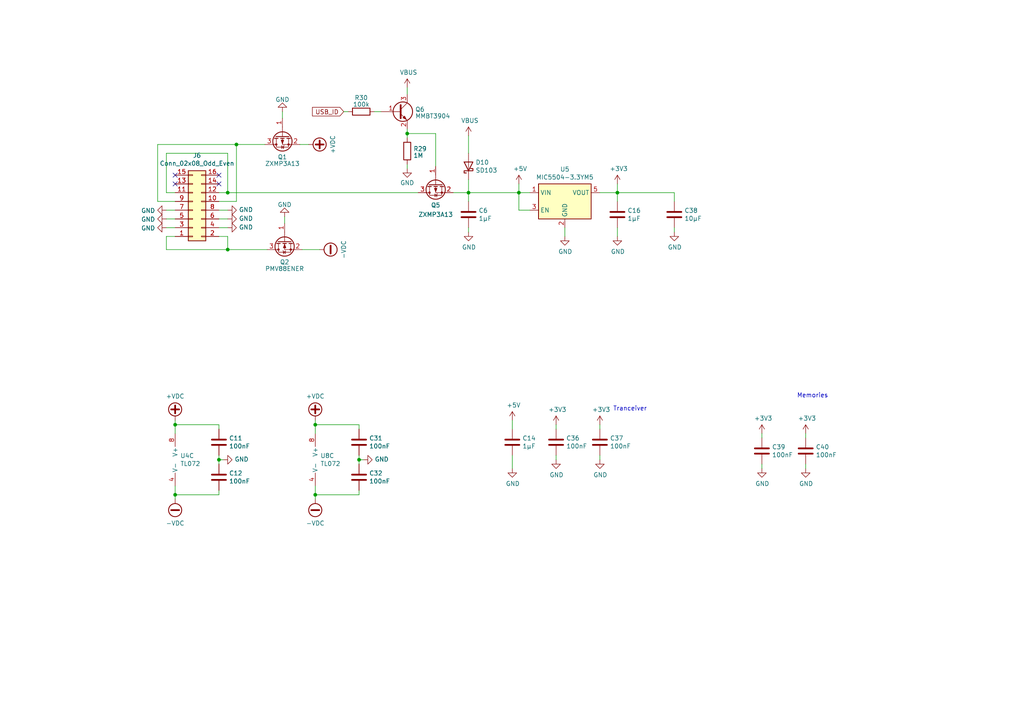
<source format=kicad_sch>
(kicad_sch (version 20230121) (generator eeschema)
  (paper "A4")
  (lib_symbols
    (symbol "Amplifier_Operational:TL072" (pin_names (offset 0.127))
      (property "Reference" "U" (at 0 5.08 0))
      (property "Value" "TL072" (at 0 -5.08 0))
      (symbol "TL072_1_1"
        (polyline (pts (xy -5.08 5.08) (xy 5.08 0) (xy -5.08 -5.08) (xy -5.08 5.08)) (stroke (width 0.254)) (fill (type background)))
        (pin output line (at 7.62 0 180) (length 2.54) (name "~") (number "1"))
        (pin input line (at -7.62 -2.54 0) (length 2.54) (name "-") (number "2"))
        (pin input line (at -7.62 2.54 0) (length 2.54) (name "+") (number "3"))
      )
      (symbol "TL072_2_1"
        (polyline (pts (xy -5.08 5.08) (xy 5.08 0) (xy -5.08 -5.08) (xy -5.08 5.08)) (stroke (width 0.254)) (fill (type background)))
        (pin input line (at -7.62 2.54 0) (length 2.54) (name "+") (number "5"))
        (pin input line (at -7.62 -2.54 0) (length 2.54) (name "-") (number "6"))
        (pin output line (at 7.62 0 180) (length 2.54) (name "~") (number "7"))
      )
      (symbol "TL072_3_1"
        (pin power_in line (at -2.54 -7.62 90) (length 3.81) (name "V-") (number "4"))
        (pin power_in line (at -2.54 7.62 270) (length 3.81) (name "V+") (number "8"))
      )
    )
    (symbol "Connector_Generic:Conn_02x08_Odd_Even" (pin_names (offset 1.016) hide)
      (property "Reference" "J" (at 1.27 10.16 0))
      (property "Value" "Conn_02x08_Odd_Even" (at 1.27 -12.7 0))
      (symbol "Conn_02x08_Odd_Even_1_1"
        (rectangle (start -1.27 -10.033) (end 0 -10.287) (stroke (width 0.1524)))
        (rectangle (start -1.27 -7.493) (end 0 -7.747) (stroke (width 0.1524)))
        (rectangle (start -1.27 -4.953) (end 0 -5.207) (stroke (width 0.1524)))
        (rectangle (start -1.27 -2.413) (end 0 -2.667) (stroke (width 0.1524)))
        (rectangle (start -1.27 0.127) (end 0 -0.127) (stroke (width 0.1524)))
        (rectangle (start -1.27 2.667) (end 0 2.413) (stroke (width 0.1524)))
        (rectangle (start -1.27 5.207) (end 0 4.953) (stroke (width 0.1524)))
        (rectangle (start -1.27 7.747) (end 0 7.493) (stroke (width 0.1524)))
        (rectangle (start -1.27 8.89) (end 3.81 -11.43) (stroke (width 0.254)) (fill (type background)))
        (rectangle (start 3.81 -10.033) (end 2.54 -10.287) (stroke (width 0.1524)))
        (rectangle (start 3.81 -7.493) (end 2.54 -7.747) (stroke (width 0.1524)))
        (rectangle (start 3.81 -4.953) (end 2.54 -5.207) (stroke (width 0.1524)))
        (rectangle (start 3.81 -2.413) (end 2.54 -2.667) (stroke (width 0.1524)))
        (rectangle (start 3.81 0.127) (end 2.54 -0.127) (stroke (width 0.1524)))
        (rectangle (start 3.81 2.667) (end 2.54 2.413) (stroke (width 0.1524)))
        (rectangle (start 3.81 5.207) (end 2.54 4.953) (stroke (width 0.1524)))
        (rectangle (start 3.81 7.747) (end 2.54 7.493) (stroke (width 0.1524)))
        (pin passive line (at -5.08 7.62 0) (length 3.81) (name "Pin_1") (number "1"))
        (pin passive line (at 7.62 -2.54 180) (length 3.81) (name "Pin_10") (number "10"))
        (pin passive line (at -5.08 -5.08 0) (length 3.81) (name "Pin_11") (number "11"))
        (pin passive line (at 7.62 -5.08 180) (length 3.81) (name "Pin_12") (number "12"))
        (pin passive line (at -5.08 -7.62 0) (length 3.81) (name "Pin_13") (number "13"))
        (pin passive line (at 7.62 -7.62 180) (length 3.81) (name "Pin_14") (number "14"))
        (pin passive line (at -5.08 -10.16 0) (length 3.81) (name "Pin_15") (number "15"))
        (pin passive line (at 7.62 -10.16 180) (length 3.81) (name "Pin_16") (number "16"))
        (pin passive line (at 7.62 7.62 180) (length 3.81) (name "Pin_2") (number "2"))
        (pin passive line (at -5.08 5.08 0) (length 3.81) (name "Pin_3") (number "3"))
        (pin passive line (at 7.62 5.08 180) (length 3.81) (name "Pin_4") (number "4"))
        (pin passive line (at -5.08 2.54 0) (length 3.81) (name "Pin_5") (number "5"))
        (pin passive line (at 7.62 2.54 180) (length 3.81) (name "Pin_6") (number "6"))
        (pin passive line (at -5.08 0 0) (length 3.81) (name "Pin_7") (number "7"))
        (pin passive line (at 7.62 0 180) (length 3.81) (name "Pin_8") (number "8"))
        (pin passive line (at -5.08 -2.54 0) (length 3.81) (name "Pin_9") (number "9"))
      )
    )
    (symbol "Device:C" (pin_numbers hide) (pin_names (offset 0.254))
      (property "Reference" "C" (at 0.635 2.54 0))
      (property "Value" "C" (at 0.635 -2.54 0))
      (symbol "C_0_1"
        (polyline (pts (xy -2.032 -0.762) (xy 2.032 -0.762)) (stroke (width 0.508)))
        (polyline (pts (xy -2.032 0.762) (xy 2.032 0.762)) (stroke (width 0.508)))
      )
      (symbol "C_1_1"
        (pin passive line (at 0 3.81 270) (length 2.794) (name "~") (number "1"))
        (pin passive line (at 0 -3.81 90) (length 2.794) (name "~") (number "2"))
      )
    )
    (symbol "Device:D_Schottky" (pin_numbers hide) (pin_names (offset 1.016) hide)
      (property "Reference" "D" (at 0 2.54 0))
      (property "Value" "D_Schottky" (at 0 -2.54 0))
      (symbol "D_Schottky_0_1"
        (polyline (pts (xy 1.27 0) (xy -1.27 0)))
        (polyline (pts (xy 1.27 1.27) (xy 1.27 -1.27) (xy -1.27 0) (xy 1.27 1.27)) (stroke (width 0.254)))
        (polyline (pts (xy -1.905 0.635) (xy -1.905 1.27) (xy -1.27 1.27) (xy -1.27 -1.27) (xy -0.635 -1.27) (xy -0.635 -0.635)) (stroke (width 0.254)))
      )
      (symbol "D_Schottky_1_1"
        (pin passive line (at -3.81 0 0) (length 2.54) (name "K") (number "1"))
        (pin passive line (at 3.81 0 180) (length 2.54) (name "A") (number "2"))
      )
    )
    (symbol "Device:Q_NMOS_GSD" (pin_names (offset 0) hide)
      (property "Reference" "Q" (at 5.08 1.27 0))
      (property "Value" "Q_NMOS_GSD" (at 5.08 -1.27 0))
      (symbol "Q_NMOS_GSD_0_1"
        (polyline (pts (xy 0.254 0) (xy -2.54 0)))
        (polyline (pts (xy 0.254 1.905) (xy 0.254 -1.905)) (stroke (width 0.254)))
        (polyline (pts (xy 0.762 -1.27) (xy 0.762 -2.286)) (stroke (width 0.254)))
        (polyline (pts (xy 0.762 0.508) (xy 0.762 -0.508)) (stroke (width 0.254)))
        (polyline (pts (xy 0.762 2.286) (xy 0.762 1.27)) (stroke (width 0.254)))
        (polyline (pts (xy 2.54 2.54) (xy 2.54 1.778)))
        (polyline (pts (xy 2.54 -2.54) (xy 2.54 0) (xy 0.762 0)))
        (polyline (pts (xy 0.762 -1.778) (xy 3.302 -1.778) (xy 3.302 1.778) (xy 0.762 1.778)))
        (polyline (pts (xy 1.016 0) (xy 2.032 0.381) (xy 2.032 -0.381) (xy 1.016 0)) (fill (type outline)))
        (polyline (pts (xy 2.794 0.508) (xy 2.921 0.381) (xy 3.683 0.381) (xy 3.81 0.254)))
        (polyline (pts (xy 3.302 0.381) (xy 2.921 -0.254) (xy 3.683 -0.254) (xy 3.302 0.381)))
        (circle (center 1.651 0) (radius 2.794) (stroke (width 0.254)))
        (circle (center 2.54 -1.778) (radius 0.254) (fill (type outline)))
        (circle (center 2.54 1.778) (radius 0.254) (fill (type outline)))
      )
      (symbol "Q_NMOS_GSD_1_1"
        (pin input line (at -5.08 0 0) (length 2.54) (name "G") (number "1"))
        (pin passive line (at 2.54 -5.08 90) (length 2.54) (name "S") (number "2"))
        (pin passive line (at 2.54 5.08 270) (length 2.54) (name "D") (number "3"))
      )
    )
    (symbol "Device:Q_PMOS_GSD" (pin_names (offset 0) hide)
      (property "Reference" "Q" (at 5.08 1.27 0))
      (property "Value" "Q_PMOS_GSD" (at 5.08 -1.27 0))
      (symbol "Q_PMOS_GSD_0_1"
        (polyline (pts (xy 0.254 0) (xy -2.54 0)))
        (polyline (pts (xy 0.254 1.905) (xy 0.254 -1.905)) (stroke (width 0.254)))
        (polyline (pts (xy 0.762 -1.27) (xy 0.762 -2.286)) (stroke (width 0.254)))
        (polyline (pts (xy 0.762 0.508) (xy 0.762 -0.508)) (stroke (width 0.254)))
        (polyline (pts (xy 0.762 2.286) (xy 0.762 1.27)) (stroke (width 0.254)))
        (polyline (pts (xy 2.54 2.54) (xy 2.54 1.778)))
        (polyline (pts (xy 2.54 -2.54) (xy 2.54 0) (xy 0.762 0)))
        (polyline (pts (xy 0.762 1.778) (xy 3.302 1.778) (xy 3.302 -1.778) (xy 0.762 -1.778)))
        (polyline (pts (xy 2.286 0) (xy 1.27 0.381) (xy 1.27 -0.381) (xy 2.286 0)) (fill (type outline)))
        (polyline (pts (xy 2.794 -0.508) (xy 2.921 -0.381) (xy 3.683 -0.381) (xy 3.81 -0.254)))
        (polyline (pts (xy 3.302 -0.381) (xy 2.921 0.254) (xy 3.683 0.254) (xy 3.302 -0.381)))
        (circle (center 1.651 0) (radius 2.794) (stroke (width 0.254)))
        (circle (center 2.54 -1.778) (radius 0.254) (fill (type outline)))
        (circle (center 2.54 1.778) (radius 0.254) (fill (type outline)))
      )
      (symbol "Q_PMOS_GSD_1_1"
        (pin input line (at -5.08 0 0) (length 2.54) (name "G") (number "1"))
        (pin passive line (at 2.54 -5.08 90) (length 2.54) (name "S") (number "2"))
        (pin passive line (at 2.54 5.08 270) (length 2.54) (name "D") (number "3"))
      )
    )
    (symbol "Device:R" (pin_numbers hide) (pin_names (offset 0))
      (property "Reference" "R" (at 2.032 0 90))
      (property "Value" "R" (at 0 0 90))
      (symbol "R_0_1"
        (rectangle (start -1.016 -2.54) (end 1.016 2.54) (stroke (width 0.254)))
      )
      (symbol "R_1_1"
        (pin passive line (at 0 3.81 270) (length 1.27) (name "~") (number "1"))
        (pin passive line (at 0 -3.81 90) (length 1.27) (name "~") (number "2"))
      )
    )
    (symbol "Regulator_Linear:MIC5504-3.3YM5"
      (property "Reference" "U" (at -7.62 8.89 0))
      (property "Value" "MIC5504-3.3YM5" (at -7.62 6.35 0))
      (symbol "MIC5504-3.3YM5_0_1"
        (rectangle (start -7.62 -5.08) (end 7.62 5.08) (stroke (width 0.254)) (fill (type background)))
      )
      (symbol "MIC5504-3.3YM5_1_1"
        (pin power_in line (at -10.16 2.54 0) (length 2.54) (name "VIN") (number "1"))
        (pin power_in line (at 0 -7.62 90) (length 2.54) (name "GND") (number "2"))
        (pin input line (at -10.16 -2.54 0) (length 2.54) (name "EN") (number "3"))
        (pin no_connect line (at 7.62 -2.54 180) (length 2.54) hide (name "NC") (number "4"))
        (pin power_out line (at 10.16 2.54 180) (length 2.54) (name "VOUT") (number "5"))
      )
    )
    (symbol "Transistor_BJT:MMBT3904" (pin_names (offset 0) hide)
      (property "Reference" "Q" (at 5.08 1.905 0))
      (property "Value" "MMBT3904" (at 5.08 0 0))
      (symbol "MMBT3904_0_1"
        (polyline (pts (xy 0.635 0.635) (xy 2.54 2.54)))
        (polyline (pts (xy 0.635 -0.635) (xy 2.54 -2.54) (xy 2.54 -2.54)))
        (polyline (pts (xy 0.635 1.905) (xy 0.635 -1.905) (xy 0.635 -1.905)) (stroke (width 0.508)))
        (polyline (pts (xy 1.27 -1.778) (xy 1.778 -1.27) (xy 2.286 -2.286) (xy 1.27 -1.778) (xy 1.27 -1.778)) (fill (type outline)))
        (circle (center 1.27 0) (radius 2.8194) (stroke (width 0.254)))
      )
      (symbol "MMBT3904_1_1"
        (pin input line (at -5.08 0 0) (length 5.715) (name "B") (number "1"))
        (pin passive line (at 2.54 -5.08 90) (length 2.54) (name "E") (number "2"))
        (pin passive line (at 2.54 5.08 270) (length 2.54) (name "C") (number "3"))
      )
    )
    (symbol "power:+3V3" (power) (pin_names (offset 0))
      (property "Value" "+3V3" (at 0 3.556 0))
      (symbol "+3V3_0_1"
        (polyline (pts (xy -0.762 1.27) (xy 0 2.54)))
        (polyline (pts (xy 0 0) (xy 0 2.54)))
        (polyline (pts (xy 0 2.54) (xy 0.762 1.27)))
      )
      (symbol "+3V3_1_1"
        (pin power_in line (at 0 0 90) (length 0) hide (name "+3V3") (number "1"))
      )
    )
    (symbol "power:+5V" (power) (pin_names (offset 0))
      (property "Value" "+5V" (at 0 3.556 0))
      (symbol "+5V_0_1"
        (polyline (pts (xy -0.762 1.27) (xy 0 2.54)))
        (polyline (pts (xy 0 0) (xy 0 2.54)))
        (polyline (pts (xy 0 2.54) (xy 0.762 1.27)))
      )
      (symbol "+5V_1_1"
        (pin power_in line (at 0 0 90) (length 0) hide (name "+5V") (number "1"))
      )
    )
    (symbol "power:+VDC" (power) (pin_names (offset 0))
      (property "Value" "+VDC" (at 0 6.35 0))
      (symbol "+VDC_0_1"
        (polyline (pts (xy -1.143 3.175) (xy 1.143 3.175)) (stroke (width 0.508)))
        (polyline (pts (xy 0 0) (xy 0 1.27)))
        (polyline (pts (xy 0 2.032) (xy 0 4.318)) (stroke (width 0.508)))
        (circle (center 0 3.175) (radius 1.905) (stroke (width 0.254)))
      )
      (symbol "+VDC_1_1"
        (pin power_in line (at 0 0 90) (length 0) hide (name "+VDC") (number "1"))
      )
    )
    (symbol "power:-VDC" (power) (pin_names (offset 0))
      (property "Value" "-VDC" (at 0 6.35 0))
      (symbol "-VDC_0_1"
        (polyline (pts (xy -1.143 3.175) (xy 1.143 3.175)) (stroke (width 0.508)))
        (polyline (pts (xy 0 0) (xy 0 1.27)))
        (circle (center 0 3.175) (radius 1.905) (stroke (width 0.254)))
      )
      (symbol "-VDC_1_1"
        (pin power_in line (at 0 0 90) (length 0) hide (name "-VDC") (number "1"))
      )
    )
    (symbol "power:GND" (power) (pin_names (offset 0))
      (property "Value" "GND" (at 0 -3.81 0))
      (symbol "GND_0_1"
        (polyline (pts (xy 0 0) (xy 0 -1.27) (xy 1.27 -1.27) (xy 0 -2.54) (xy -1.27 -1.27) (xy 0 -1.27)))
      )
      (symbol "GND_1_1"
        (pin power_in line (at 0 0 270) (length 0) hide (name "GND") (number "1"))
      )
    )
    (symbol "power:VBUS" (power) (pin_names (offset 0))
      (property "Value" "VBUS" (at 0 3.81 0))
      (symbol "VBUS_0_1"
        (polyline (pts (xy -0.762 1.27) (xy 0 2.54)))
        (polyline (pts (xy 0 0) (xy 0 2.54)))
        (polyline (pts (xy 0 2.54) (xy 0.762 1.27)))
      )
      (symbol "VBUS_1_1"
        (pin power_in line (at 0 0 90) (length 0) hide (name "VBUS") (number "1"))
      )
    )
  )
  (junction (at 63.5 133.35))
  (junction (at 50.8 123.19))
  (junction (at 68.58 41.91))
  (junction (at 91.44 143.51))
  (junction (at 118.11 38.735))
  (junction (at 66.04 55.88))
  (junction (at 50.8 143.51))
  (junction (at 179.07 55.88))
  (junction (at 66.04 72.39))
  (junction (at 91.44 123.19))
  (junction (at 150.495 55.88))
  (junction (at 104.14 133.35))
  (junction (at 135.89 55.88))
  (no_connect (at 50.8 53.34))
  (no_connect (at 63.5 50.8))
  (no_connect (at 50.8 50.8))
  (no_connect (at 63.5 53.34))
  (wire (pts (xy 66.04 72.39) (xy 77.47 72.39)))
  (wire (pts (xy 91.44 143.51) (xy 91.44 140.97)))
  (wire (pts (xy 91.44 123.19) (xy 104.14 123.19)))
  (wire (pts (xy 50.8 125.73) (xy 50.8 123.19)))
  (wire (pts (xy 179.07 53.34) (xy 179.07 55.88)))
  (wire (pts (xy 135.89 39.37) (xy 135.89 44.45)))
  (wire (pts (xy 150.495 55.88) (xy 153.67 55.88)))
  (wire (pts (xy 131.445 55.88) (xy 135.89 55.88)))
  (wire (pts (xy 195.58 67.31) (xy 195.58 66.04)))
  (wire (pts (xy 63.5 63.5) (xy 66.04 63.5)))
  (wire (pts (xy 68.58 58.42) (xy 68.58 41.91)))
  (wire (pts (xy 99.695 32.385) (xy 100.965 32.385)))
  (wire (pts (xy 63.5 66.04) (xy 66.04 66.04)))
  (wire (pts (xy 48.26 55.88) (xy 48.26 44.45)))
  (wire (pts (xy 50.8 55.88) (xy 48.26 55.88)))
  (wire (pts (xy 63.5 133.35) (xy 64.77 133.35)))
  (wire (pts (xy 50.8 144.78) (xy 50.8 143.51)))
  (wire (pts (xy 66.04 68.58) (xy 66.04 72.39)))
  (wire (pts (xy 104.14 143.51) (xy 91.44 143.51)))
  (wire (pts (xy 66.04 44.45) (xy 66.04 55.88)))
  (wire (pts (xy 104.14 133.35) (xy 104.14 134.62)))
  (wire (pts (xy 50.8 63.5) (xy 48.26 63.5)))
  (wire (pts (xy 50.8 66.04) (xy 48.26 66.04)))
  (wire (pts (xy 233.68 135.89) (xy 233.68 134.62)))
  (wire (pts (xy 118.11 38.735) (xy 126.365 38.735)))
  (wire (pts (xy 66.04 55.88) (xy 121.285 55.88)))
  (wire (pts (xy 86.995 41.91) (xy 89.535 41.91)))
  (wire (pts (xy 48.26 72.39) (xy 48.26 68.58)))
  (wire (pts (xy 63.5 58.42) (xy 68.58 58.42)))
  (wire (pts (xy 179.07 66.04) (xy 179.07 68.58)))
  (wire (pts (xy 195.58 58.42) (xy 195.58 55.88)))
  (wire (pts (xy 118.11 25.4) (xy 118.11 27.305)))
  (wire (pts (xy 135.89 55.88) (xy 135.89 52.07)))
  (wire (pts (xy 220.98 125.73) (xy 220.98 127)))
  (wire (pts (xy 150.495 55.88) (xy 150.495 53.34)))
  (wire (pts (xy 153.67 60.96) (xy 150.495 60.96)))
  (wire (pts (xy 50.8 143.51) (xy 50.8 140.97)))
  (wire (pts (xy 118.11 38.735) (xy 118.11 40.005)))
  (wire (pts (xy 63.5 143.51) (xy 50.8 143.51)))
  (wire (pts (xy 63.5 123.19) (xy 63.5 124.46)))
  (wire (pts (xy 63.5 132.08) (xy 63.5 133.35)))
  (wire (pts (xy 161.29 123.19) (xy 161.29 124.46)))
  (wire (pts (xy 63.5 68.58) (xy 66.04 68.58)))
  (wire (pts (xy 66.04 55.88) (xy 63.5 55.88)))
  (wire (pts (xy 148.59 132.08) (xy 148.59 135.89)))
  (wire (pts (xy 91.44 123.19) (xy 91.44 121.92)))
  (wire (pts (xy 92.71 72.39) (xy 87.63 72.39)))
  (wire (pts (xy 68.58 41.91) (xy 45.72 41.91)))
  (wire (pts (xy 50.8 123.19) (xy 63.5 123.19)))
  (wire (pts (xy 68.58 41.91) (xy 76.835 41.91)))
  (wire (pts (xy 104.14 123.19) (xy 104.14 124.46)))
  (wire (pts (xy 104.14 133.35) (xy 105.41 133.35)))
  (wire (pts (xy 45.72 58.42) (xy 50.8 58.42)))
  (wire (pts (xy 45.72 41.91) (xy 45.72 58.42)))
  (wire (pts (xy 50.8 123.19) (xy 50.8 121.92)))
  (wire (pts (xy 118.11 37.465) (xy 118.11 38.735)))
  (wire (pts (xy 81.915 32.385) (xy 81.915 34.29)))
  (wire (pts (xy 163.83 66.04) (xy 163.83 68.58)))
  (wire (pts (xy 91.44 144.78) (xy 91.44 143.51)))
  (wire (pts (xy 63.5 142.24) (xy 63.5 143.51)))
  (wire (pts (xy 82.55 62.865) (xy 82.55 64.77)))
  (wire (pts (xy 173.99 124.46) (xy 173.99 123.19)))
  (wire (pts (xy 220.98 135.89) (xy 220.98 134.62)))
  (wire (pts (xy 63.5 60.96) (xy 66.04 60.96)))
  (wire (pts (xy 135.89 67.31) (xy 135.89 66.04)))
  (wire (pts (xy 161.29 133.35) (xy 161.29 132.08)))
  (wire (pts (xy 173.99 55.88) (xy 179.07 55.88)))
  (wire (pts (xy 148.59 121.92) (xy 148.59 124.46)))
  (wire (pts (xy 66.04 72.39) (xy 48.26 72.39)))
  (wire (pts (xy 63.5 133.35) (xy 63.5 134.62)))
  (wire (pts (xy 104.14 132.08) (xy 104.14 133.35)))
  (wire (pts (xy 150.495 60.96) (xy 150.495 55.88)))
  (wire (pts (xy 48.26 68.58) (xy 50.8 68.58)))
  (wire (pts (xy 135.89 58.42) (xy 135.89 55.88)))
  (wire (pts (xy 233.68 127) (xy 233.68 125.73)))
  (wire (pts (xy 108.585 32.385) (xy 110.49 32.385)))
  (wire (pts (xy 91.44 125.73) (xy 91.44 123.19)))
  (wire (pts (xy 135.89 55.88) (xy 150.495 55.88)))
  (wire (pts (xy 126.365 38.735) (xy 126.365 48.26)))
  (wire (pts (xy 48.26 44.45) (xy 66.04 44.45)))
  (wire (pts (xy 173.99 133.35) (xy 173.99 132.08)))
  (wire (pts (xy 50.8 60.96) (xy 48.26 60.96)))
  (wire (pts (xy 195.58 55.88) (xy 179.07 55.88)))
  (wire (pts (xy 179.07 55.88) (xy 179.07 58.42)))
  (wire (pts (xy 104.14 142.24) (xy 104.14 143.51)))
  (wire (pts (xy 118.11 47.625) (xy 118.11 48.895)))
  (text "Tranceiver" (at 177.8 119.38 0) (effects (font (size 1.27 1.27)) (justify left bottom)))
  (text "Memories" (at 231.14 115.57 0) (effects (font (size 1.27 1.27)) (justify left bottom)))
  (global_label "USB_ID" (shape input) (at 99.695 32.385 180) (property "Intersheetrefs" "${INTERSHEET_REFS}" (effects hide)))
  (symbol (lib_id "Amplifier_Operational:TL072") (at 93.98 133.35 0) (unit 3)
    (property "Reference" "U8" (at 92.9132 132.1816 0) (effects (justify left)))
    (property "Value" "TL072" (at 92.9132 134.493 0) (effects (justify left)))
    (property "Footprint" "Package_SO:SO-8_3.9x4.9mm_P1.27mm" (effects hide))
    (property "Datasheet" "http://www.ti.com/lit/ds/symlink/tl071.pdf" (effects hide))
  )
  (symbol (lib_id "Device:C") (at 104.14 128.27 0) (unit 1)
    (property "Reference" "C31" (at 107.061 127.1016 0) (effects (justify left)))
    (property "Value" "100nF" (at 107.061 129.413 0) (effects (justify left)))
    (property "Footprint" "Capacitor_SMD:C_0603_1608Metric" (effects hide))
  )
  (symbol (lib_id "Device:C") (at 104.14 138.43 0) (unit 1)
    (property "Reference" "C32" (at 107.061 137.2616 0) (effects (justify left)))
    (property "Value" "100nF" (at 107.061 139.573 0) (effects (justify left)))
    (property "Footprint" "Capacitor_SMD:C_0603_1608Metric" (effects hide))
  )
  (symbol (lib_id "power:-VDC") (at 91.44 144.78 180) (unit 1)
    (property "Reference" "#PWR02" (effects hide))
    (property "Value" "-VDC" (at 91.44 151.765 0))
  )
  (symbol (lib_id "power:+VDC") (at 91.44 121.92 0) (unit 1)
    (property "Reference" "#PWR01" (effects hide))
    (property "Value" "+VDC" (at 91.44 114.935 0))
  )
  (symbol (lib_id "Connector_Generic:Conn_02x08_Odd_Even") (at 55.88 60.96 0) (mirror x) (unit 1)
    (property "Reference" "J6" (at 57.15 45.085 0))
    (property "Value" "Conn_02x08_Odd_Even" (at 57.15 47.3964 0))
    (property "Footprint" "Connector_PinHeader_2.54mm:PinHeader_2x08_P2.54mm_Horizontal" (effects hide))
  )
  (symbol (lib_id "power:GND") (at 66.04 66.04 90) (unit 1)
    (property "Reference" "#PWR0133" (effects hide))
    (property "Value" "GND" (at 69.2912 65.913 90) (effects (justify right)))
  )
  (symbol (lib_id "power:GND") (at 66.04 60.96 90) (unit 1)
    (property "Reference" "#PWR0134" (effects hide))
    (property "Value" "GND" (at 69.2912 60.833 90) (effects (justify right)))
  )
  (symbol (lib_id "power:GND") (at 48.26 60.96 270) (unit 1)
    (property "Reference" "#PWR0135" (effects hide))
    (property "Value" "GND" (at 45.0088 61.087 90) (effects (justify right)))
  )
  (symbol (lib_id "power:GND") (at 48.26 66.04 270) (unit 1)
    (property "Reference" "#PWR0136" (effects hide))
    (property "Value" "GND" (at 45.0088 66.167 90) (effects (justify right)))
  )
  (symbol (lib_id "power:GND") (at 135.89 67.31 0) (unit 1)
    (property "Reference" "#PWR0139" (effects hide))
    (property "Value" "GND" (at 136.017 71.7042 0))
  )
  (symbol (lib_id "power:+VDC") (at 89.535 41.91 270) (unit 1)
    (property "Reference" "#PWR0142" (effects hide))
    (property "Value" "+VDC" (at 96.52 41.91 0))
  )
  (symbol (lib_id "power:-VDC") (at 92.71 72.39 270) (unit 1)
    (property "Reference" "#PWR0143" (effects hide))
    (property "Value" "-VDC" (at 99.695 72.39 0))
  )
  (symbol (lib_id "Amplifier_Operational:TL072") (at 53.34 133.35 0) (unit 3)
    (property "Reference" "U4" (at 52.2732 132.1816 0) (effects (justify left)))
    (property "Value" "TL072" (at 52.2732 134.493 0) (effects (justify left)))
    (property "Footprint" "Package_SO:SO-8_3.9x4.9mm_P1.27mm" (effects hide))
    (property "Datasheet" "http://www.ti.com/lit/ds/symlink/tl071.pdf" (effects hide))
  )
  (symbol (lib_id "Device:C") (at 63.5 128.27 0) (unit 1)
    (property "Reference" "C11" (at 66.421 127.1016 0) (effects (justify left)))
    (property "Value" "100nF" (at 66.421 129.413 0) (effects (justify left)))
    (property "Footprint" "Capacitor_SMD:C_0603_1608Metric" (effects hide))
  )
  (symbol (lib_id "Device:C") (at 63.5 138.43 0) (unit 1)
    (property "Reference" "C12" (at 66.421 137.2616 0) (effects (justify left)))
    (property "Value" "100nF" (at 66.421 139.573 0) (effects (justify left)))
    (property "Footprint" "Capacitor_SMD:C_0603_1608Metric" (effects hide))
  )
  (symbol (lib_id "power:-VDC") (at 50.8 144.78 180) (unit 1)
    (property "Reference" "#PWR0144" (effects hide))
    (property "Value" "-VDC" (at 50.8 151.765 0))
  )
  (symbol (lib_id "power:+VDC") (at 50.8 121.92 0) (unit 1)
    (property "Reference" "#PWR0145" (effects hide))
    (property "Value" "+VDC" (at 50.8 114.935 0))
  )
  (symbol (lib_id "Regulator_Linear:MIC5504-3.3YM5") (at 163.83 58.42 0) (unit 1)
    (property "Reference" "U5" (at 163.83 49.0982 0))
    (property "Value" "MIC5504-3.3YM5" (at 163.83 51.4096 0))
    (property "Footprint" "Package_TO_SOT_SMD:SOT-23-5" (effects hide))
    (property "Datasheet" "http://ww1.microchip.com/downloads/en/DeviceDoc/MIC550X.pdf" (effects hide))
  )
  (symbol (lib_id "power:GND") (at 163.83 68.58 0) (unit 1)
    (property "Reference" "#PWR0147" (effects hide))
    (property "Value" "GND" (at 163.957 72.9742 0))
  )
  (symbol (lib_id "power:VBUS") (at 135.89 39.37 0) (unit 1)
    (property "Reference" "#PWR0148" (effects hide))
    (property "Value" "VBUS" (at 136.271 34.9758 0))
  )
  (symbol (lib_id "power:+3V3") (at 179.07 53.34 0) (unit 1)
    (property "Reference" "#PWR0149" (effects hide))
    (property "Value" "+3V3" (at 179.451 48.9458 0))
  )
  (symbol (lib_id "power:GND") (at 179.07 68.58 0) (unit 1)
    (property "Reference" "#PWR0150" (effects hide))
    (property "Value" "GND" (at 179.197 72.9742 0))
  )
  (symbol (lib_id "Device:C") (at 179.07 62.23 0) (unit 1)
    (property "Reference" "C16" (at 181.991 61.0616 0) (effects (justify left)))
    (property "Value" "1µF" (at 181.991 63.373 0) (effects (justify left)))
    (property "Footprint" "Capacitor_SMD:C_0603_1608Metric" (effects hide))
  )
  (symbol (lib_id "Device:D_Schottky") (at 135.89 48.26 90) (unit 1)
    (property "Reference" "D10" (at 137.922 47.0916 90) (effects (justify right)))
    (property "Value" "SD103" (at 137.922 49.403 90) (effects (justify right)))
    (property "Footprint" "Diode_SMD:D_SOD-323_HandSoldering" (effects hide))
  )
  (symbol (lib_id "power:+5V") (at 150.495 53.34 0) (unit 1)
    (property "Reference" "#PWR0151" (effects hide))
    (property "Value" "+5V" (at 150.876 48.9458 0))
  )
  (symbol (lib_id "Device:C") (at 195.58 62.23 0) (unit 1)
    (property "Reference" "C38" (at 198.501 61.0616 0) (effects (justify left)))
    (property "Value" "10µF" (at 198.501 63.373 0) (effects (justify left)))
    (property "Footprint" "Capacitor_SMD:C_0805_2012Metric" (effects hide))
  )
  (symbol (lib_id "power:GND") (at 195.58 67.31 0) (unit 1)
    (property "Reference" "#PWR0195" (effects hide))
    (property "Value" "GND" (at 195.707 71.7042 0))
  )
  (symbol (lib_id "power:+5V") (at 148.59 121.92 0) (unit 1)
    (property "Reference" "#PWR0185" (effects hide))
    (property "Value" "+5V" (at 148.971 117.5258 0))
  )
  (symbol (lib_id "power:GND") (at 148.59 135.89 0) (unit 1)
    (property "Reference" "#PWR0186" (effects hide))
    (property "Value" "GND" (at 148.717 140.2842 0))
  )
  (symbol (lib_id "Device:C") (at 148.59 128.27 0) (unit 1)
    (property "Reference" "C14" (at 151.511 127.1016 0) (effects (justify left)))
    (property "Value" "1µF" (at 151.511 129.413 0) (effects (justify left)))
    (property "Footprint" "Capacitor_SMD:C_0603_1608Metric" (effects hide))
  )
  (symbol (lib_id "Device:C") (at 161.29 128.27 0) (unit 1)
    (property "Reference" "C36" (at 164.211 127.1016 0) (effects (justify left)))
    (property "Value" "100nF" (at 164.211 129.413 0) (effects (justify left)))
    (property "Footprint" "Capacitor_SMD:C_0603_1608Metric" (effects hide))
  )
  (symbol (lib_id "Device:C") (at 173.99 128.27 0) (unit 1)
    (property "Reference" "C37" (at 176.911 127.1016 0) (effects (justify left)))
    (property "Value" "100nF" (at 176.911 129.413 0) (effects (justify left)))
    (property "Footprint" "Capacitor_SMD:C_0603_1608Metric" (effects hide))
  )
  (symbol (lib_id "power:+3V3") (at 161.29 123.19 0) (unit 1)
    (property "Reference" "#PWR0191" (effects hide))
    (property "Value" "+3V3" (at 161.671 118.7958 0))
  )
  (symbol (lib_id "power:+3V3") (at 173.99 123.19 0) (unit 1)
    (property "Reference" "#PWR0192" (effects hide))
    (property "Value" "+3V3" (at 174.371 118.7958 0))
  )
  (symbol (lib_id "power:GND") (at 161.29 133.35 0) (unit 1)
    (property "Reference" "#PWR0193" (effects hide))
    (property "Value" "GND" (at 161.417 137.7442 0))
  )
  (symbol (lib_id "power:GND") (at 173.99 133.35 0) (unit 1)
    (property "Reference" "#PWR0194" (effects hide))
    (property "Value" "GND" (at 174.117 137.7442 0))
  )
  (symbol (lib_id "Device:C") (at 220.98 130.81 0) (unit 1)
    (property "Reference" "C39" (at 223.901 129.6416 0) (effects (justify left)))
    (property "Value" "100nF" (at 223.901 131.953 0) (effects (justify left)))
    (property "Footprint" "Capacitor_SMD:C_0603_1608Metric" (effects hide))
  )
  (symbol (lib_id "Device:C") (at 233.68 130.81 0) (unit 1)
    (property "Reference" "C40" (at 236.601 129.6416 0) (effects (justify left)))
    (property "Value" "100nF" (at 236.601 131.953 0) (effects (justify left)))
    (property "Footprint" "Capacitor_SMD:C_0603_1608Metric" (effects hide))
  )
  (symbol (lib_id "power:+3V3") (at 220.98 125.73 0) (unit 1)
    (property "Reference" "#PWR0198" (effects hide))
    (property "Value" "+3V3" (at 221.361 121.3358 0))
  )
  (symbol (lib_id "power:+3V3") (at 233.68 125.73 0) (unit 1)
    (property "Reference" "#PWR0199" (effects hide))
    (property "Value" "+3V3" (at 234.061 121.3358 0))
  )
  (symbol (lib_id "power:GND") (at 220.98 135.89 0) (unit 1)
    (property "Reference" "#PWR0200" (effects hide))
    (property "Value" "GND" (at 221.107 140.2842 0))
  )
  (symbol (lib_id "power:GND") (at 233.68 135.89 0) (unit 1)
    (property "Reference" "#PWR0201" (effects hide))
    (property "Value" "GND" (at 233.807 140.2842 0))
  )
  (symbol (lib_id "power:GND") (at 66.04 63.5 90) (unit 1)
    (property "Reference" "#PWR06" (effects hide))
    (property "Value" "GND" (at 69.2912 63.373 90) (effects (justify right)))
  )
  (symbol (lib_id "Device:R") (at 118.11 43.815 0) (unit 1)
    (property "Reference" "R29" (at 119.888 43.1713 0) (effects (justify left)))
    (property "Value" "1M" (at 119.888 45.0923 0) (effects (justify left)))
    (property "Footprint" "Resistor_SMD:R_0603_1608Metric" (effects hide))
  )
  (symbol (lib_id "power:GND") (at 82.55 62.865 180) (unit 1)
    (property "Reference" "#PWR04" (effects hide))
    (property "Value" "GND" (at 82.55 59.3631 0))
  )
  (symbol (lib_id "Device:C") (at 135.89 62.23 0) (unit 1)
    (property "Reference" "C6" (at 138.811 61.0616 0) (effects (justify left)))
    (property "Value" "1µF" (at 138.811 63.373 0) (effects (justify left)))
    (property "Footprint" "Capacitor_SMD:C_0603_1608Metric" (effects hide))
  )
  (symbol (lib_id "Device:Q_PMOS_GSD") (at 81.915 39.37 90) (mirror x) (unit 1)
    (property "Reference" "Q1" (at 81.915 45.5375 90))
    (property "Value" "ZXMP3A13" (at 81.915 47.4585 90))
    (property "Footprint" "Package_TO_SOT_SMD:SOT-23" (effects hide))
  )
  (symbol (lib_id "Transistor_BJT:MMBT3904") (at 115.57 32.385 0) (unit 1)
    (property "Reference" "Q6" (at 120.4214 31.7413 0) (effects (justify left)))
    (property "Value" "MMBT3904" (at 120.4214 33.6623 0) (effects (justify left)))
    (property "Footprint" "Package_TO_SOT_SMD:SOT-23" (effects hide))
    (property "Datasheet" "https://www.onsemi.com/pub/Collateral/2N3903-D.PDF" (effects hide))
  )
  (symbol (lib_id "power:VBUS") (at 118.11 25.4 0) (unit 1)
    (property "Reference" "#PWR031" (effects hide))
    (property "Value" "VBUS" (at 118.491 21.0058 0))
  )
  (symbol (lib_id "power:GND") (at 81.915 32.385 180) (unit 1)
    (property "Reference" "#PWR03" (effects hide))
    (property "Value" "GND" (at 81.915 28.8831 0))
  )
  (symbol (lib_id "Device:Q_NMOS_GSD") (at 82.55 69.85 90) (mirror x) (unit 1)
    (property "Reference" "Q2" (at 82.55 76.0175 90))
    (property "Value" "PMV88ENER" (at 82.55 77.9385 90))
    (property "Footprint" "Package_TO_SOT_SMD:SOT-23" (effects hide))
  )
  (symbol (lib_id "power:GND") (at 48.26 63.5 270) (unit 1)
    (property "Reference" "#PWR05" (effects hide))
    (property "Value" "GND" (at 45.0088 63.627 90) (effects (justify right)))
  )
  (symbol (lib_id "power:GND") (at 105.41 133.35 90) (unit 1)
    (property "Reference" "#PWR07" (effects hide))
    (property "Value" "GND" (at 108.6612 133.223 90) (effects (justify right)))
  )
  (symbol (lib_id "Device:R") (at 104.775 32.385 90) (unit 1)
    (property "Reference" "R30" (at 104.775 28.3591 90))
    (property "Value" "100k" (at 104.775 30.2801 90))
    (property "Footprint" "Resistor_SMD:R_0603_1608Metric" (effects hide))
  )
  (symbol (lib_id "power:GND") (at 118.11 48.895 0) (unit 1)
    (property "Reference" "#PWR030" (effects hide))
    (property "Value" "GND" (at 118.11 53.0305 0))
  )
  (symbol (lib_id "Device:Q_PMOS_GSD") (at 126.365 53.34 90) (mirror x) (unit 1)
    (property "Reference" "Q5" (at 126.365 59.5075 90))
    (property "Value" "ZXMP3A13" (at 126.365 62.23 90))
    (property "Footprint" "Package_TO_SOT_SMD:SOT-23" (effects hide))
  )
  (symbol (lib_id "power:GND") (at 64.77 133.35 90) (unit 1)
    (property "Reference" "#PWR08" (effects hide))
    (property "Value" "GND" (at 68.0212 133.223 90) (effects (justify right)))
  )
)
</source>
